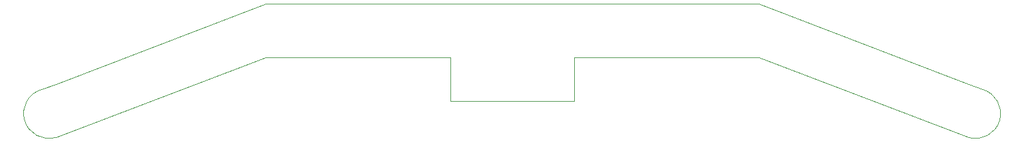
<source format=gbr>
%TF.GenerationSoftware,KiCad,Pcbnew,8.0.3*%
%TF.CreationDate,2025-05-12T20:40:51+02:00*%
%TF.ProjectId,AnalogSensorPCB,416e616c-6f67-4536-956e-736f72504342,rev?*%
%TF.SameCoordinates,Original*%
%TF.FileFunction,Profile,NP*%
%FSLAX46Y46*%
G04 Gerber Fmt 4.6, Leading zero omitted, Abs format (unit mm)*
G04 Created by KiCad (PCBNEW 8.0.3) date 2025-05-12 20:40:51*
%MOMM*%
%LPD*%
G01*
G04 APERTURE LIST*
%TA.AperFunction,Profile*%
%ADD10C,0.050000*%
%TD*%
G04 APERTURE END LIST*
D10*
X71650000Y-80650000D02*
X99900000Y-69750000D01*
X71650000Y-73400000D02*
X99900000Y-62500000D01*
X166400000Y-62500000D02*
X133150000Y-62500000D01*
X194650000Y-80650000D02*
X166400000Y-69750000D01*
X141500000Y-75750000D02*
X124800000Y-75750000D01*
X166400000Y-69750000D02*
X141500000Y-69750000D01*
X194650000Y-73400000D02*
X166400000Y-62500000D01*
X196550702Y-74129612D02*
G75*
G02*
X194650011Y-80649963I-950302J-3260188D01*
G01*
X99900000Y-69750000D02*
X124800000Y-69750000D01*
X124800000Y-69750000D02*
X124800000Y-75750000D01*
X71650000Y-73400000D02*
X69749298Y-74129611D01*
X99900000Y-62500000D02*
X133150000Y-62500000D01*
X141500000Y-69750000D02*
X141500000Y-75750000D01*
X194650000Y-73400000D02*
X196550702Y-74129611D01*
X71650000Y-80649999D02*
G75*
G02*
X69749301Y-74129621I-950350J3260189D01*
G01*
M02*

</source>
